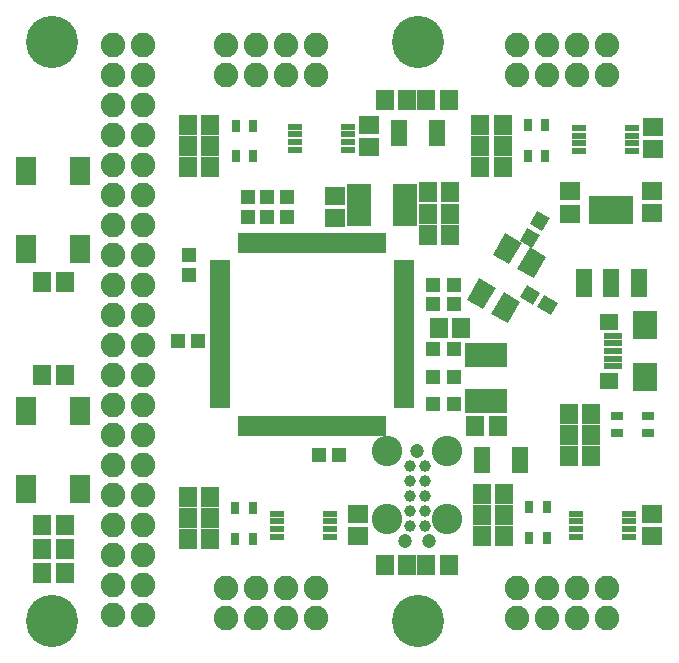
<source format=gts>
G75*
%MOIN*%
%OFA0B0*%
%FSLAX25Y25*%
%IPPOS*%
%LPD*%
%AMOC8*
5,1,8,0,0,1.08239X$1,22.5*
%
%ADD10R,0.08280X0.06312*%
%ADD11R,0.06800X0.09800*%
%ADD12R,0.04331X0.03150*%
%ADD13R,0.08280X0.09265*%
%ADD14R,0.05918X0.05524*%
%ADD15R,0.06115X0.02178*%
%ADD16R,0.05131X0.02375*%
%ADD17R,0.03150X0.04331*%
%ADD18R,0.05600X0.09600*%
%ADD19R,0.14973X0.09461*%
%ADD20C,0.08200*%
%ADD21R,0.06706X0.05918*%
%ADD22R,0.05918X0.06706*%
%ADD23R,0.05131X0.04737*%
%ADD24R,0.01863X0.06706*%
%ADD25R,0.06706X0.01863*%
%ADD26R,0.04737X0.05131*%
%ADD27R,0.14186X0.08280*%
%ADD28R,0.08280X0.14186*%
%ADD29C,0.03900*%
%ADD30C,0.04737*%
%ADD31C,0.10150*%
%ADD32R,0.05524X0.08674*%
%ADD33C,0.17400*%
D10*
G36*
X0387887Y0361128D02*
X0383747Y0353958D01*
X0378281Y0357114D01*
X0382421Y0364284D01*
X0387887Y0361128D01*
G37*
G36*
X0396070Y0356404D02*
X0391930Y0349234D01*
X0386464Y0352390D01*
X0390604Y0359560D01*
X0396070Y0356404D01*
G37*
G36*
X0404731Y0371406D02*
X0400591Y0364236D01*
X0395125Y0367392D01*
X0399265Y0374562D01*
X0404731Y0371406D01*
G37*
G36*
X0396548Y0376130D02*
X0392408Y0368960D01*
X0386942Y0372116D01*
X0391082Y0379286D01*
X0396548Y0376130D01*
G37*
D11*
X0249500Y0374100D03*
X0231500Y0374100D03*
X0231500Y0400100D03*
X0249500Y0400100D03*
X0249500Y0320000D03*
X0231500Y0320000D03*
X0231500Y0294000D03*
X0249500Y0294000D03*
D12*
X0428382Y0312547D03*
X0428382Y0318453D03*
X0438618Y0318453D03*
X0438618Y0312547D03*
D13*
X0437831Y0331437D03*
X0437831Y0348563D03*
D14*
X0425823Y0349843D03*
X0425823Y0330157D03*
D15*
X0427201Y0334882D03*
X0427201Y0337441D03*
X0427201Y0340000D03*
X0427201Y0342559D03*
X0427201Y0345118D03*
D16*
X0432358Y0285839D03*
X0432358Y0283280D03*
X0432358Y0280720D03*
X0432358Y0278161D03*
X0414642Y0278161D03*
X0414642Y0280720D03*
X0414642Y0283280D03*
X0414642Y0285839D03*
X0332858Y0285839D03*
X0332858Y0283280D03*
X0332858Y0280720D03*
X0332858Y0278161D03*
X0315142Y0278161D03*
X0315142Y0280720D03*
X0315142Y0283280D03*
X0315142Y0285839D03*
X0415642Y0406661D03*
X0415642Y0409220D03*
X0415642Y0411780D03*
X0415642Y0414339D03*
X0433358Y0414339D03*
X0433358Y0411780D03*
X0433358Y0409220D03*
X0433358Y0406661D03*
X0338858Y0407161D03*
X0338858Y0409720D03*
X0338858Y0412280D03*
X0338858Y0414839D03*
X0321142Y0414839D03*
X0321142Y0412280D03*
X0321142Y0409720D03*
X0321142Y0407161D03*
D17*
X0307153Y0404882D03*
X0301247Y0404882D03*
X0301247Y0415118D03*
X0307153Y0415118D03*
X0398547Y0415418D03*
X0404453Y0415418D03*
X0404453Y0405182D03*
X0398547Y0405182D03*
X0399047Y0287918D03*
X0404953Y0287918D03*
X0404953Y0277682D03*
X0399047Y0277682D03*
X0306953Y0277382D03*
X0301047Y0277382D03*
X0301047Y0287618D03*
X0306953Y0287618D03*
D18*
X0417400Y0362800D03*
X0426500Y0362800D03*
X0435600Y0362800D03*
D19*
X0426500Y0387201D03*
D20*
X0425000Y0432000D03*
X0425000Y0442000D03*
X0415000Y0442000D03*
X0405000Y0442000D03*
X0405000Y0432000D03*
X0415000Y0432000D03*
X0395000Y0432000D03*
X0395000Y0442000D03*
X0328000Y0442000D03*
X0328000Y0432000D03*
X0318000Y0432000D03*
X0308000Y0432000D03*
X0308000Y0442000D03*
X0318000Y0442000D03*
X0298000Y0442000D03*
X0298000Y0432000D03*
X0270500Y0432000D03*
X0270500Y0422000D03*
X0260500Y0422000D03*
X0260500Y0432000D03*
X0260500Y0442000D03*
X0270500Y0442000D03*
X0270500Y0412000D03*
X0270500Y0402000D03*
X0260500Y0402000D03*
X0260500Y0412000D03*
X0260500Y0392000D03*
X0260500Y0382000D03*
X0270500Y0382000D03*
X0270500Y0392000D03*
X0270500Y0372000D03*
X0270500Y0362000D03*
X0260500Y0362000D03*
X0260500Y0372000D03*
X0260500Y0352000D03*
X0260500Y0342000D03*
X0270500Y0342000D03*
X0270500Y0352000D03*
X0270500Y0332000D03*
X0270500Y0322000D03*
X0270500Y0312000D03*
X0260500Y0312000D03*
X0260500Y0322000D03*
X0260500Y0332000D03*
X0260500Y0302000D03*
X0260500Y0292000D03*
X0270500Y0292000D03*
X0270500Y0302000D03*
X0270500Y0282000D03*
X0270500Y0272000D03*
X0260500Y0272000D03*
X0260500Y0282000D03*
X0260500Y0262000D03*
X0260500Y0252000D03*
X0270500Y0252000D03*
X0270500Y0262000D03*
X0298000Y0261000D03*
X0298000Y0251000D03*
X0308000Y0251000D03*
X0308000Y0261000D03*
X0318000Y0261000D03*
X0318000Y0251000D03*
X0328000Y0251000D03*
X0328000Y0261000D03*
X0395000Y0261000D03*
X0395000Y0251000D03*
X0405000Y0251000D03*
X0405000Y0261000D03*
X0415000Y0261000D03*
X0415000Y0251000D03*
X0425000Y0251000D03*
X0425000Y0261000D03*
D21*
X0440000Y0278260D03*
X0440000Y0285740D03*
X0342000Y0285740D03*
X0342000Y0278260D03*
X0334475Y0384333D03*
X0334475Y0391813D03*
X0345765Y0407970D03*
X0345765Y0415450D03*
X0412800Y0393240D03*
X0412800Y0385760D03*
X0440200Y0385960D03*
X0440200Y0393440D03*
X0440500Y0407260D03*
X0440500Y0414740D03*
D22*
X0390240Y0415500D03*
X0390240Y0408500D03*
X0390240Y0401500D03*
X0382760Y0401500D03*
X0382760Y0408500D03*
X0382760Y0415500D03*
X0372230Y0423775D03*
X0364750Y0423775D03*
X0358480Y0423795D03*
X0351000Y0423795D03*
X0365260Y0393000D03*
X0365236Y0385855D03*
X0365236Y0378784D03*
X0372717Y0378784D03*
X0372717Y0385855D03*
X0372740Y0393000D03*
X0376399Y0347768D03*
X0368918Y0347768D03*
X0381167Y0314998D03*
X0388647Y0314998D03*
X0390740Y0292500D03*
X0390740Y0285500D03*
X0390740Y0278500D03*
X0383260Y0278500D03*
X0383260Y0285500D03*
X0383260Y0292500D03*
X0372230Y0268835D03*
X0364750Y0268835D03*
X0358530Y0268835D03*
X0351050Y0268835D03*
X0292740Y0277500D03*
X0292740Y0284500D03*
X0292740Y0291500D03*
X0285260Y0291500D03*
X0285260Y0284500D03*
X0285260Y0277500D03*
X0244240Y0274000D03*
X0244240Y0266200D03*
X0236760Y0266200D03*
X0236760Y0274000D03*
X0236760Y0282000D03*
X0244240Y0282000D03*
X0244240Y0332000D03*
X0236760Y0332000D03*
X0236760Y0363000D03*
X0244240Y0363000D03*
X0285260Y0401500D03*
X0285260Y0408500D03*
X0285260Y0415500D03*
X0292740Y0415500D03*
X0292740Y0408500D03*
X0292740Y0401500D03*
X0412260Y0319000D03*
X0412260Y0312000D03*
X0419740Y0312000D03*
X0419740Y0319000D03*
X0419740Y0305000D03*
X0412260Y0305000D03*
D23*
X0373884Y0322312D03*
X0367191Y0322312D03*
X0367191Y0331504D03*
X0373884Y0331504D03*
X0373884Y0340697D03*
X0367191Y0340697D03*
X0367191Y0355546D03*
X0367191Y0361910D03*
X0373884Y0361910D03*
X0373884Y0355546D03*
G36*
X0400481Y0355394D02*
X0396039Y0357959D01*
X0398407Y0362060D01*
X0402849Y0359495D01*
X0400481Y0355394D01*
G37*
G36*
X0406277Y0352047D02*
X0401835Y0354612D01*
X0404203Y0358713D01*
X0408645Y0356148D01*
X0406277Y0352047D01*
G37*
G36*
X0395931Y0376591D02*
X0398496Y0381033D01*
X0402597Y0378665D01*
X0400032Y0374223D01*
X0395931Y0376591D01*
G37*
G36*
X0399278Y0382387D02*
X0401843Y0386829D01*
X0405944Y0384461D01*
X0403379Y0380019D01*
X0399278Y0382387D01*
G37*
X0335859Y0305404D03*
X0329166Y0305404D03*
X0288617Y0343525D03*
X0281924Y0343525D03*
D24*
X0303075Y0315135D03*
X0305043Y0315135D03*
X0307012Y0315135D03*
X0308980Y0315135D03*
X0310949Y0315135D03*
X0312917Y0315135D03*
X0314886Y0315135D03*
X0316854Y0315135D03*
X0318823Y0315135D03*
X0320791Y0315135D03*
X0322760Y0315135D03*
X0324728Y0315135D03*
X0326697Y0315135D03*
X0328665Y0315135D03*
X0330634Y0315135D03*
X0332602Y0315135D03*
X0334571Y0315135D03*
X0336539Y0315135D03*
X0338508Y0315135D03*
X0340476Y0315135D03*
X0342445Y0315135D03*
X0344413Y0315135D03*
X0346382Y0315135D03*
X0348350Y0315135D03*
X0350319Y0315135D03*
X0350319Y0376158D03*
X0348350Y0376158D03*
X0346382Y0376158D03*
X0344413Y0376158D03*
X0342445Y0376158D03*
X0340476Y0376158D03*
X0338508Y0376158D03*
X0336539Y0376158D03*
X0334571Y0376158D03*
X0332602Y0376158D03*
X0330634Y0376158D03*
X0328665Y0376158D03*
X0326697Y0376158D03*
X0324728Y0376158D03*
X0322760Y0376158D03*
X0320791Y0376158D03*
X0318823Y0376158D03*
X0316854Y0376158D03*
X0314886Y0376158D03*
X0312917Y0376158D03*
X0310949Y0376158D03*
X0308980Y0376158D03*
X0307012Y0376158D03*
X0305043Y0376158D03*
X0303075Y0376158D03*
D25*
X0296185Y0369269D03*
X0296185Y0367300D03*
X0296185Y0365331D03*
X0296185Y0363363D03*
X0296185Y0361394D03*
X0296185Y0359426D03*
X0296185Y0357457D03*
X0296185Y0355489D03*
X0296185Y0353520D03*
X0296185Y0351552D03*
X0296185Y0349583D03*
X0296185Y0347615D03*
X0296185Y0345646D03*
X0296185Y0343678D03*
X0296185Y0341709D03*
X0296185Y0339741D03*
X0296185Y0337772D03*
X0296185Y0335804D03*
X0296185Y0333835D03*
X0296185Y0331867D03*
X0296185Y0329898D03*
X0296185Y0327930D03*
X0296185Y0325961D03*
X0296185Y0323993D03*
X0296185Y0322024D03*
X0357209Y0322024D03*
X0357209Y0323993D03*
X0357209Y0325961D03*
X0357209Y0327930D03*
X0357209Y0329898D03*
X0357209Y0331867D03*
X0357209Y0333835D03*
X0357209Y0335804D03*
X0357209Y0337772D03*
X0357209Y0339741D03*
X0357209Y0341709D03*
X0357209Y0343678D03*
X0357209Y0345646D03*
X0357209Y0347615D03*
X0357209Y0349583D03*
X0357209Y0351552D03*
X0357209Y0353520D03*
X0357209Y0355489D03*
X0357209Y0357457D03*
X0357209Y0359426D03*
X0357209Y0361394D03*
X0357209Y0363363D03*
X0357209Y0365331D03*
X0357209Y0367300D03*
X0357209Y0369269D03*
D26*
X0318211Y0384726D03*
X0311847Y0384726D03*
X0305483Y0384726D03*
X0305483Y0391419D03*
X0311847Y0391419D03*
X0318211Y0391419D03*
X0285738Y0372076D03*
X0285738Y0365383D03*
D27*
X0384846Y0338620D03*
X0384846Y0323265D03*
D28*
X0357805Y0388646D03*
X0342451Y0388646D03*
D29*
X0359322Y0301581D03*
X0359322Y0296581D03*
X0359322Y0291581D03*
X0359322Y0286581D03*
X0359322Y0281581D03*
X0364322Y0281581D03*
X0364322Y0286581D03*
X0364322Y0291581D03*
X0364322Y0296581D03*
X0364322Y0301581D03*
D30*
X0361822Y0306581D03*
X0365822Y0276581D03*
X0357822Y0276581D03*
D31*
X0351822Y0284081D03*
X0371822Y0284081D03*
X0371822Y0306581D03*
X0351822Y0306581D03*
D32*
X0383281Y0303760D03*
X0395879Y0303760D03*
X0368289Y0412830D03*
X0355691Y0412830D03*
D33*
X0240000Y0250000D03*
X0362000Y0250000D03*
X0362000Y0443000D03*
X0240000Y0443000D03*
M02*

</source>
